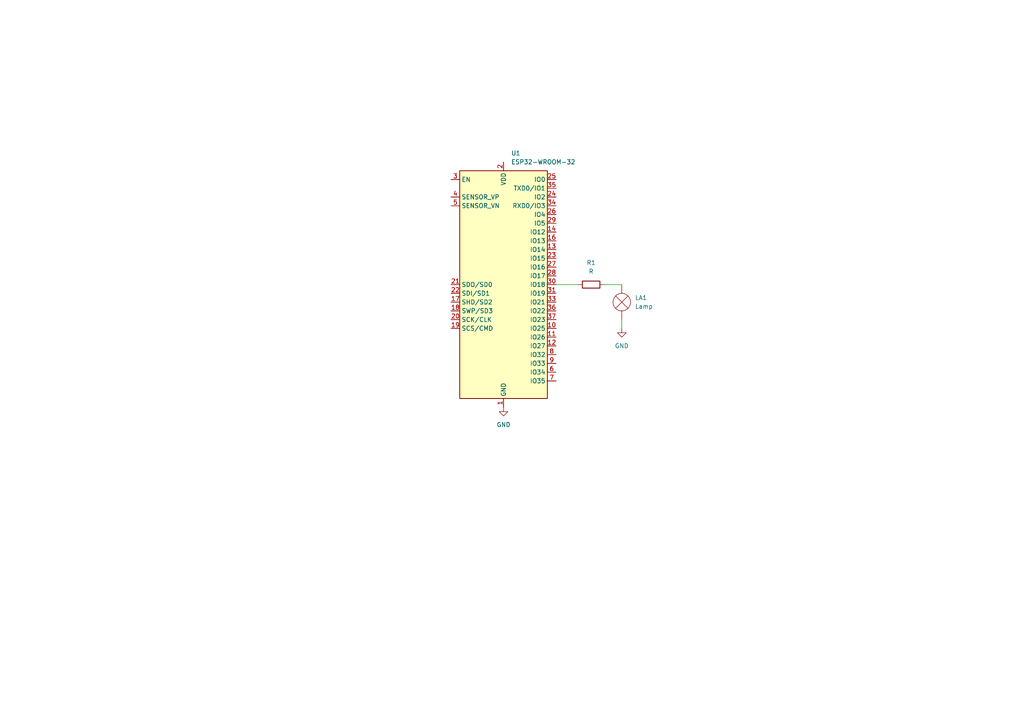
<source format=kicad_sch>
(kicad_sch (version 20230121) (generator eeschema)
  (paper "A4")
  (lib_symbols
    (symbol "Device:Lamp" (pin_numbers hide) (pin_names (offset 0.0254) hide)
      (property "Reference" "LA" (at 0.635 3.81 0))
      (property "Value" "Lamp" (at 0.635 -3.81 0))
      (symbol "Lamp_0_1"
        (polyline (pts (xy -1.778 1.778) (xy 1.778 -1.778)))
        (polyline (pts (xy 1.778 1.778) (xy -1.778 -1.778)))
        (circle (center 0 0) (radius 2.54))
      )
      (symbol "Lamp_1_1"
        (pin passive line (at 0 -5.08 90) (length 2.54) (name "-") (number "1"))
        (pin passive line (at 0 5.08 270) (length 2.54) (name "+") (number "2"))
      )
    )
    (symbol "Device:R" (pin_numbers hide) (pin_names (offset 0))
      (property "Reference" "R" (at 2.032 0 90))
      (property "Value" "R" (at 0 0 90))
      (symbol "R_0_1"
        (rectangle (start -1.016 -2.54) (end 1.016 2.54) (stroke (width 0.254)))
      )
      (symbol "R_1_1"
        (pin passive line (at 0 3.81 270) (length 1.27) (name "~") (number "1"))
        (pin passive line (at 0 -3.81 90) (length 1.27) (name "~") (number "2"))
      )
    )
    (symbol "RF_Module:ESP32-WROOM-32"
      (property "Reference" "U" (at -12.7 34.29 0))
      (property "Value" "ESP32-WROOM-32" (at 1.27 34.29 0))
      (symbol "ESP32-WROOM-32_0_1"
        (rectangle (start -12.7 33.02) (end 12.7 -33.02) (stroke (width 0.254)) (fill (type background)))
      )
      (symbol "ESP32-WROOM-32_1_1"
        (pin power_in line (at 0 -35.56 90) (length 2.54) (name "GND") (number "1"))
        (pin bidirectional line (at 15.24 -12.7 180) (length 2.54) (name "IO25") (number "10"))
        (pin bidirectional line (at 15.24 -15.24 180) (length 2.54) (name "IO26") (number "11"))
        (pin bidirectional line (at 15.24 -17.78 180) (length 2.54) (name "IO27") (number "12"))
        (pin bidirectional line (at 15.24 10.16 180) (length 2.54) (name "IO14") (number "13"))
        (pin bidirectional line (at 15.24 15.24 180) (length 2.54) (name "IO12") (number "14"))
        (pin passive line (at 0 -35.56 90) (length 2.54) hide (name "GND") (number "15"))
        (pin bidirectional line (at 15.24 12.7 180) (length 2.54) (name "IO13") (number "16"))
        (pin bidirectional line (at -15.24 -5.08 0) (length 2.54) (name "SHD/SD2") (number "17"))
        (pin bidirectional line (at -15.24 -7.62 0) (length 2.54) (name "SWP/SD3") (number "18"))
        (pin bidirectional line (at -15.24 -12.7 0) (length 2.54) (name "SCS/CMD") (number "19"))
        (pin power_in line (at 0 35.56 270) (length 2.54) (name "VDD") (number "2"))
        (pin bidirectional line (at -15.24 -10.16 0) (length 2.54) (name "SCK/CLK") (number "20"))
        (pin bidirectional line (at -15.24 0 0) (length 2.54) (name "SDO/SD0") (number "21"))
        (pin bidirectional line (at -15.24 -2.54 0) (length 2.54) (name "SDI/SD1") (number "22"))
        (pin bidirectional line (at 15.24 7.62 180) (length 2.54) (name "IO15") (number "23"))
        (pin bidirectional line (at 15.24 25.4 180) (length 2.54) (name "IO2") (number "24"))
        (pin bidirectional line (at 15.24 30.48 180) (length 2.54) (name "IO0") (number "25"))
        (pin bidirectional line (at 15.24 20.32 180) (length 2.54) (name "IO4") (number "26"))
        (pin bidirectional line (at 15.24 5.08 180) (length 2.54) (name "IO16") (number "27"))
        (pin bidirectional line (at 15.24 2.54 180) (length 2.54) (name "IO17") (number "28"))
        (pin bidirectional line (at 15.24 17.78 180) (length 2.54) (name "IO5") (number "29"))
        (pin input line (at -15.24 30.48 0) (length 2.54) (name "EN") (number "3"))
        (pin bidirectional line (at 15.24 0 180) (length 2.54) (name "IO18") (number "30"))
        (pin bidirectional line (at 15.24 -2.54 180) (length 2.54) (name "IO19") (number "31"))
        (pin no_connect line (at -12.7 -27.94 0) (length 2.54) hide (name "NC") (number "32"))
        (pin bidirectional line (at 15.24 -5.08 180) (length 2.54) (name "IO21") (number "33"))
        (pin bidirectional line (at 15.24 22.86 180) (length 2.54) (name "RXD0/IO3") (number "34"))
        (pin bidirectional line (at 15.24 27.94 180) (length 2.54) (name "TXD0/IO1") (number "35"))
        (pin bidirectional line (at 15.24 -7.62 180) (length 2.54) (name "IO22") (number "36"))
        (pin bidirectional line (at 15.24 -10.16 180) (length 2.54) (name "IO23") (number "37"))
        (pin passive line (at 0 -35.56 90) (length 2.54) hide (name "GND") (number "38"))
        (pin passive line (at 0 -35.56 90) (length 2.54) hide (name "GND") (number "39"))
        (pin input line (at -15.24 25.4 0) (length 2.54) (name "SENSOR_VP") (number "4"))
        (pin input line (at -15.24 22.86 0) (length 2.54) (name "SENSOR_VN") (number "5"))
        (pin input line (at 15.24 -25.4 180) (length 2.54) (name "IO34") (number "6"))
        (pin input line (at 15.24 -27.94 180) (length 2.54) (name "IO35") (number "7"))
        (pin bidirectional line (at 15.24 -20.32 180) (length 2.54) (name "IO32") (number "8"))
        (pin bidirectional line (at 15.24 -22.86 180) (length 2.54) (name "IO33") (number "9"))
      )
    )
    (symbol "power:GND" (power) (pin_names (offset 0))
      (property "Value" "GND" (at 0 -3.81 0))
      (symbol "GND_0_1"
        (polyline (pts (xy 0 0) (xy 0 -1.27) (xy 1.27 -1.27) (xy 0 -2.54) (xy -1.27 -1.27) (xy 0 -1.27)))
      )
      (symbol "GND_1_1"
        (pin power_in line (at 0 0 270) (length 0) hide (name "GND") (number "1"))
      )
    )
  )
  (wire (pts (xy 180.34 92.71) (xy 180.34 95.25)))
  (wire (pts (xy 161.29 82.55) (xy 167.64 82.55)))
  (wire (pts (xy 175.26 82.55) (xy 180.34 82.55)))
  (symbol (lib_id "RF_Module:ESP32-WROOM-32") (at 146.05 82.55 0) (unit 1)
    (property "Reference" "U1" (at 148.2441 44.45 0) (effects (justify left)))
    (property "Value" "ESP32-WROOM-32" (at 148.2441 46.99 0) (effects (justify left)))
    (property "Footprint" "RF_Module:ESP32-WROOM-32" (effects hide))
    (property "Datasheet" "https://www.espressif.com/sites/default/files/documentation/esp32-wroom-32_datasheet_en.pdf" (effects hide))
  )
  (symbol (lib_id "Device:Lamp") (at 180.34 87.63 0) (unit 1)
    (property "Reference" "LA1" (at 184.15 86.36 0) (effects (justify left)))
    (property "Value" "Lamp" (at 184.15 88.9 0) (effects (justify left)))
  )
  (symbol (lib_id "Device:R") (at 171.45 82.55 90) (unit 1)
    (property "Reference" "R1" (at 171.45 76.2 90))
    (property "Value" "R" (at 171.45 78.74 90))
  )
  (symbol (lib_id "power:GND") (at 146.05 118.11 0) (unit 1)
    (property "Reference" "#PWR01" (effects hide))
    (property "Value" "GND" (at 146.05 123.19 0))
  )
  (symbol (lib_id "power:GND") (at 180.34 95.25 0) (unit 1)
    (property "Reference" "#PWR02" (effects hide))
    (property "Value" "GND" (at 180.34 100.33 0))
  )
)
</source>
